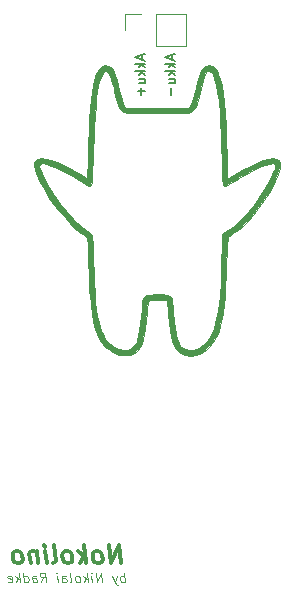
<source format=gbr>
G04 #@! TF.GenerationSoftware,KiCad,Pcbnew,(5.0.1-3-g963ef8bb5)*
G04 #@! TF.CreationDate,2019-04-15T21:43:45+02:00*
G04 #@! TF.ProjectId,NOKOlino,4E4F4B4F6C696E6F2E6B696361645F70,rev?*
G04 #@! TF.SameCoordinates,Original*
G04 #@! TF.FileFunction,Legend,Bot*
G04 #@! TF.FilePolarity,Positive*
%FSLAX46Y46*%
G04 Gerber Fmt 4.6, Leading zero omitted, Abs format (unit mm)*
G04 Created by KiCad (PCBNEW (5.0.1-3-g963ef8bb5)) date 2019 April 15, Monday 21:43:45*
%MOMM*%
%LPD*%
G01*
G04 APERTURE LIST*
%ADD10C,0.100000*%
%ADD11C,0.300000*%
%ADD12C,0.200000*%
%ADD13C,0.120000*%
%ADD14C,0.010000*%
G04 APERTURE END LIST*
D10*
X164411696Y-139426904D02*
X164311696Y-138626904D01*
X164349791Y-138931666D02*
X164268839Y-138893571D01*
X164116458Y-138893571D01*
X164045029Y-138931666D01*
X164011696Y-138969761D01*
X163983125Y-139045952D01*
X164011696Y-139274523D01*
X164059315Y-139350714D01*
X164102172Y-139388809D01*
X164183125Y-139426904D01*
X164335505Y-139426904D01*
X164406934Y-139388809D01*
X163697410Y-138893571D02*
X163573601Y-139426904D01*
X163316458Y-138893571D02*
X163573601Y-139426904D01*
X163673601Y-139617380D01*
X163716458Y-139655476D01*
X163797410Y-139693571D01*
X162468839Y-139426904D02*
X162368839Y-138626904D01*
X162011696Y-139426904D01*
X161911696Y-138626904D01*
X161630744Y-139426904D02*
X161564077Y-138893571D01*
X161530744Y-138626904D02*
X161573601Y-138665000D01*
X161540267Y-138703095D01*
X161497410Y-138665000D01*
X161530744Y-138626904D01*
X161540267Y-138703095D01*
X161249791Y-139426904D02*
X161149791Y-138626904D01*
X161135505Y-139122142D02*
X160945029Y-139426904D01*
X160878363Y-138893571D02*
X161221220Y-139198333D01*
X160487886Y-139426904D02*
X160559315Y-139388809D01*
X160592648Y-139350714D01*
X160621220Y-139274523D01*
X160592648Y-139045952D01*
X160545029Y-138969761D01*
X160502172Y-138931666D01*
X160421220Y-138893571D01*
X160306934Y-138893571D01*
X160235505Y-138931666D01*
X160202172Y-138969761D01*
X160173601Y-139045952D01*
X160202172Y-139274523D01*
X160249791Y-139350714D01*
X160292648Y-139388809D01*
X160373601Y-139426904D01*
X160487886Y-139426904D01*
X159764077Y-139426904D02*
X159835505Y-139388809D01*
X159864077Y-139312619D01*
X159778363Y-138626904D01*
X159116458Y-139426904D02*
X159064077Y-139007857D01*
X159092648Y-138931666D01*
X159164077Y-138893571D01*
X159316458Y-138893571D01*
X159397410Y-138931666D01*
X159111696Y-139388809D02*
X159192648Y-139426904D01*
X159383125Y-139426904D01*
X159454553Y-139388809D01*
X159483125Y-139312619D01*
X159473601Y-139236428D01*
X159425982Y-139160238D01*
X159345029Y-139122142D01*
X159154553Y-139122142D01*
X159073601Y-139084047D01*
X158735505Y-139426904D02*
X158668839Y-138893571D01*
X158635505Y-138626904D02*
X158678363Y-138665000D01*
X158645029Y-138703095D01*
X158602172Y-138665000D01*
X158635505Y-138626904D01*
X158645029Y-138703095D01*
X157287886Y-139426904D02*
X157506934Y-139045952D01*
X157745029Y-139426904D02*
X157645029Y-138626904D01*
X157340267Y-138626904D01*
X157268839Y-138665000D01*
X157235505Y-138703095D01*
X157206934Y-138779285D01*
X157221220Y-138893571D01*
X157268839Y-138969761D01*
X157311696Y-139007857D01*
X157392648Y-139045952D01*
X157697410Y-139045952D01*
X156602172Y-139426904D02*
X156549791Y-139007857D01*
X156578363Y-138931666D01*
X156649791Y-138893571D01*
X156802172Y-138893571D01*
X156883125Y-138931666D01*
X156597410Y-139388809D02*
X156678363Y-139426904D01*
X156868839Y-139426904D01*
X156940267Y-139388809D01*
X156968839Y-139312619D01*
X156959315Y-139236428D01*
X156911696Y-139160238D01*
X156830744Y-139122142D01*
X156640267Y-139122142D01*
X156559315Y-139084047D01*
X155878363Y-139426904D02*
X155778363Y-138626904D01*
X155873601Y-139388809D02*
X155954553Y-139426904D01*
X156106934Y-139426904D01*
X156178363Y-139388809D01*
X156211696Y-139350714D01*
X156240267Y-139274523D01*
X156211696Y-139045952D01*
X156164077Y-138969761D01*
X156121220Y-138931666D01*
X156040267Y-138893571D01*
X155887886Y-138893571D01*
X155816458Y-138931666D01*
X155497410Y-139426904D02*
X155397410Y-138626904D01*
X155383125Y-139122142D02*
X155192648Y-139426904D01*
X155125982Y-138893571D02*
X155468839Y-139198333D01*
X154540267Y-139388809D02*
X154621220Y-139426904D01*
X154773601Y-139426904D01*
X154845029Y-139388809D01*
X154873601Y-139312619D01*
X154835505Y-139007857D01*
X154787886Y-138931666D01*
X154706934Y-138893571D01*
X154554553Y-138893571D01*
X154483125Y-138931666D01*
X154454553Y-139007857D01*
X154464077Y-139084047D01*
X154854553Y-139160238D01*
D11*
X164056071Y-137838571D02*
X163868571Y-136338571D01*
X163198928Y-137838571D01*
X163011428Y-136338571D01*
X162270357Y-137838571D02*
X162404285Y-137767142D01*
X162466785Y-137695714D01*
X162520357Y-137552857D01*
X162466785Y-137124285D01*
X162377500Y-136981428D01*
X162297142Y-136910000D01*
X162145357Y-136838571D01*
X161931071Y-136838571D01*
X161797142Y-136910000D01*
X161734642Y-136981428D01*
X161681071Y-137124285D01*
X161734642Y-137552857D01*
X161823928Y-137695714D01*
X161904285Y-137767142D01*
X162056071Y-137838571D01*
X162270357Y-137838571D01*
X161127500Y-137838571D02*
X160940000Y-136338571D01*
X160913214Y-137267142D02*
X160556071Y-137838571D01*
X160431071Y-136838571D02*
X161073928Y-137410000D01*
X159698928Y-137838571D02*
X159832857Y-137767142D01*
X159895357Y-137695714D01*
X159948928Y-137552857D01*
X159895357Y-137124285D01*
X159806071Y-136981428D01*
X159725714Y-136910000D01*
X159573928Y-136838571D01*
X159359642Y-136838571D01*
X159225714Y-136910000D01*
X159163214Y-136981428D01*
X159109642Y-137124285D01*
X159163214Y-137552857D01*
X159252500Y-137695714D01*
X159332857Y-137767142D01*
X159484642Y-137838571D01*
X159698928Y-137838571D01*
X158341785Y-137838571D02*
X158475714Y-137767142D01*
X158529285Y-137624285D01*
X158368571Y-136338571D01*
X157770357Y-137838571D02*
X157645357Y-136838571D01*
X157582857Y-136338571D02*
X157663214Y-136410000D01*
X157600714Y-136481428D01*
X157520357Y-136410000D01*
X157582857Y-136338571D01*
X157600714Y-136481428D01*
X156931071Y-136838571D02*
X157056071Y-137838571D01*
X156948928Y-136981428D02*
X156868571Y-136910000D01*
X156716785Y-136838571D01*
X156502500Y-136838571D01*
X156368571Y-136910000D01*
X156315000Y-137052857D01*
X156413214Y-137838571D01*
X155484642Y-137838571D02*
X155618571Y-137767142D01*
X155681071Y-137695714D01*
X155734642Y-137552857D01*
X155681071Y-137124285D01*
X155591785Y-136981428D01*
X155511428Y-136910000D01*
X155359642Y-136838571D01*
X155145357Y-136838571D01*
X155011428Y-136910000D01*
X154948928Y-136981428D01*
X154895357Y-137124285D01*
X154948928Y-137552857D01*
X155038214Y-137695714D01*
X155118571Y-137767142D01*
X155270357Y-137838571D01*
X155484642Y-137838571D01*
D12*
X165868333Y-94824761D02*
X165868333Y-95205714D01*
X166096904Y-94748571D02*
X165296904Y-95015238D01*
X166096904Y-95281904D01*
X166096904Y-95548571D02*
X165296904Y-95548571D01*
X165792142Y-95624761D02*
X166096904Y-95853333D01*
X165563571Y-95853333D02*
X165868333Y-95548571D01*
X166096904Y-96196190D02*
X165296904Y-96196190D01*
X165792142Y-96272380D02*
X166096904Y-96500952D01*
X165563571Y-96500952D02*
X165868333Y-96196190D01*
X165563571Y-97186666D02*
X166096904Y-97186666D01*
X165563571Y-96843809D02*
X165982619Y-96843809D01*
X166058809Y-96881904D01*
X166096904Y-96958095D01*
X166096904Y-97072380D01*
X166058809Y-97148571D01*
X166020714Y-97186666D01*
X165792142Y-97567619D02*
X165792142Y-98177142D01*
X166096904Y-97872380D02*
X165487380Y-97872380D01*
X168408333Y-94824761D02*
X168408333Y-95205714D01*
X168636904Y-94748571D02*
X167836904Y-95015238D01*
X168636904Y-95281904D01*
X168636904Y-95548571D02*
X167836904Y-95548571D01*
X168332142Y-95624761D02*
X168636904Y-95853333D01*
X168103571Y-95853333D02*
X168408333Y-95548571D01*
X168636904Y-96196190D02*
X167836904Y-96196190D01*
X168332142Y-96272380D02*
X168636904Y-96500952D01*
X168103571Y-96500952D02*
X168408333Y-96196190D01*
X168103571Y-97186666D02*
X168636904Y-97186666D01*
X168103571Y-96843809D02*
X168522619Y-96843809D01*
X168598809Y-96881904D01*
X168636904Y-96958095D01*
X168636904Y-97072380D01*
X168598809Y-97148571D01*
X168560714Y-97186666D01*
X168332142Y-97567619D02*
X168332142Y-98177142D01*
D13*
G04 #@! TO.C,J2*
X164405000Y-91380000D02*
X164405000Y-92710000D01*
X165735000Y-91380000D02*
X164405000Y-91380000D01*
X167005000Y-91380000D02*
X167005000Y-94040000D01*
X167005000Y-94040000D02*
X169605000Y-94040000D01*
X167005000Y-91380000D02*
X169605000Y-91380000D01*
X169605000Y-91380000D02*
X169605000Y-94040000D01*
D14*
G04 #@! TO.C,G\002A\002A\002A*
G36*
X171229224Y-95728086D02*
X170998605Y-95901409D01*
X170803599Y-96206896D01*
X170634712Y-96658141D01*
X170525002Y-97076402D01*
X170379148Y-97695349D01*
X170260388Y-98170974D01*
X170161856Y-98525846D01*
X170076687Y-98782536D01*
X169998017Y-98963614D01*
X169918980Y-99091651D01*
X169907492Y-99106632D01*
X169744377Y-99313999D01*
X167132001Y-99314000D01*
X164519624Y-99314000D01*
X164357775Y-99108242D01*
X164269370Y-98938121D01*
X164164446Y-98649600D01*
X164059237Y-98290415D01*
X164005067Y-98071075D01*
X163847814Y-97408717D01*
X163712213Y-96892546D01*
X163591257Y-96501859D01*
X163477939Y-96215951D01*
X163365253Y-96014120D01*
X163269658Y-95898082D01*
X162982988Y-95703255D01*
X162687819Y-95675906D01*
X162394974Y-95815283D01*
X162232360Y-95970043D01*
X162091660Y-96158058D01*
X161966380Y-96390473D01*
X161855078Y-96678585D01*
X161756308Y-97033690D01*
X161668628Y-97467083D01*
X161590593Y-97990060D01*
X161520758Y-98613917D01*
X161457681Y-99349950D01*
X161399917Y-100209454D01*
X161346022Y-101203726D01*
X161294553Y-102344061D01*
X161244064Y-103641754D01*
X161241035Y-103724872D01*
X161183831Y-105299411D01*
X160750082Y-105006842D01*
X160265085Y-104704757D01*
X159725296Y-104410456D01*
X159163459Y-104137987D01*
X158612316Y-103901394D01*
X158104613Y-103714725D01*
X157673091Y-103592024D01*
X157350495Y-103547338D01*
X157347721Y-103547333D01*
X157024855Y-103602694D01*
X156820391Y-103774498D01*
X156726424Y-104071327D01*
X156718000Y-104230977D01*
X156762653Y-104471243D01*
X156887369Y-104824029D01*
X157078284Y-105260961D01*
X157321535Y-105753664D01*
X157603258Y-106273764D01*
X157909589Y-106792885D01*
X158162781Y-107188000D01*
X158443623Y-107573979D01*
X158799595Y-108011187D01*
X159202971Y-108470358D01*
X159626026Y-108922223D01*
X160041034Y-109337518D01*
X160420270Y-109686975D01*
X160736009Y-109941328D01*
X160832890Y-110006534D01*
X161040083Y-110150253D01*
X161152688Y-110292930D01*
X161210567Y-110500806D01*
X161234321Y-110673601D01*
X161256603Y-110943976D01*
X161275179Y-111328447D01*
X161287865Y-111771781D01*
X161292343Y-112141000D01*
X161318708Y-113483751D01*
X161386345Y-114723740D01*
X161493726Y-115849952D01*
X161639324Y-116851369D01*
X161821611Y-117716975D01*
X162039060Y-118435754D01*
X162226274Y-118875805D01*
X162434246Y-119181533D01*
X162746181Y-119510661D01*
X163111923Y-119816442D01*
X163481316Y-120052127D01*
X163497194Y-120060322D01*
X163894525Y-120196986D01*
X164342218Y-120248777D01*
X164772587Y-120213430D01*
X165074457Y-120113063D01*
X165382494Y-119881781D01*
X165663694Y-119543923D01*
X165864197Y-119167957D01*
X165952442Y-118864931D01*
X166039597Y-118427515D01*
X166120463Y-117890607D01*
X166189845Y-117289101D01*
X166242543Y-116657891D01*
X166246072Y-116604213D01*
X166279257Y-116166036D01*
X166315662Y-115870083D01*
X166360536Y-115689259D01*
X166419126Y-115596467D01*
X166444585Y-115579396D01*
X166578830Y-115552447D01*
X166822523Y-115535170D01*
X167125529Y-115527575D01*
X167437714Y-115529671D01*
X167708943Y-115541469D01*
X167889084Y-115562977D01*
X167931335Y-115579112D01*
X167950964Y-115672509D01*
X167979021Y-115902726D01*
X168012120Y-116237663D01*
X168046873Y-116645219D01*
X168055611Y-116757146D01*
X168120330Y-117509819D01*
X168190407Y-118117239D01*
X168271253Y-118603487D01*
X168368277Y-118992643D01*
X168486890Y-119308788D01*
X168632502Y-119576002D01*
X168716242Y-119697589D01*
X169049746Y-120014242D01*
X169477797Y-120208734D01*
X169968016Y-120270990D01*
X170387791Y-120217716D01*
X170938790Y-120000458D01*
X171432047Y-119634116D01*
X171854080Y-119133053D01*
X172191405Y-118511631D01*
X172326695Y-118152333D01*
X172477658Y-117646737D01*
X172603759Y-117119217D01*
X172707805Y-116546932D01*
X172792602Y-115907038D01*
X172860958Y-115176694D01*
X172915678Y-114333057D01*
X172959572Y-113353285D01*
X172976446Y-112864778D01*
X172999001Y-112220715D01*
X173023357Y-111632192D01*
X173048347Y-111120273D01*
X173072800Y-110706025D01*
X173095549Y-110410515D01*
X173115423Y-110254807D01*
X173122289Y-110236402D01*
X173213608Y-110166781D01*
X173407719Y-110020285D01*
X173671905Y-109821574D01*
X173851675Y-109686618D01*
X174554765Y-109080907D01*
X175253281Y-108328224D01*
X175930265Y-107450479D01*
X176568759Y-106469580D01*
X177129190Y-105452333D01*
X177397748Y-104854771D01*
X177541394Y-104370646D01*
X177548700Y-104224809D01*
X177122667Y-104224809D01*
X177078189Y-104431368D01*
X176954488Y-104750664D01*
X176766158Y-105154469D01*
X176527799Y-105614555D01*
X176254006Y-106102693D01*
X175959376Y-106590654D01*
X175671377Y-107031412D01*
X175311804Y-107517250D01*
X174886247Y-108027578D01*
X174426209Y-108529614D01*
X173963196Y-108990575D01*
X173528712Y-109377679D01*
X173154263Y-109658144D01*
X173135392Y-109670232D01*
X172661784Y-109970283D01*
X172606225Y-110878312D01*
X172580838Y-111389585D01*
X172561220Y-111967131D01*
X172550497Y-112511614D01*
X172549412Y-112683337D01*
X172515974Y-114061905D01*
X172420944Y-115338014D01*
X172266264Y-116495469D01*
X172053874Y-117518074D01*
X171907894Y-118033909D01*
X171633735Y-118664559D01*
X171250760Y-119178218D01*
X170769214Y-119561922D01*
X170646921Y-119629745D01*
X170254170Y-119767519D01*
X169850357Y-119801148D01*
X169489800Y-119730783D01*
X169300056Y-119625996D01*
X169103648Y-119436155D01*
X168942396Y-119192878D01*
X168810940Y-118876351D01*
X168703920Y-118466760D01*
X168615974Y-117944291D01*
X168541743Y-117289130D01*
X168485610Y-116615609D01*
X168450967Y-116188946D01*
X168415032Y-115816252D01*
X168381715Y-115533908D01*
X168354925Y-115378300D01*
X168351488Y-115367549D01*
X168211372Y-115229076D01*
X167923821Y-115131212D01*
X167506659Y-115077631D01*
X166977708Y-115072006D01*
X166926683Y-115073918D01*
X166534619Y-115097673D01*
X166255970Y-115148803D01*
X166069016Y-115253286D01*
X165952039Y-115437100D01*
X165883319Y-115726223D01*
X165841137Y-116146633D01*
X165824611Y-116392104D01*
X165775981Y-117002223D01*
X165710768Y-117594071D01*
X165633881Y-118136215D01*
X165550229Y-118597221D01*
X165464723Y-118945658D01*
X165398180Y-119122430D01*
X165248760Y-119337577D01*
X165043000Y-119554506D01*
X165011879Y-119581581D01*
X164673351Y-119764750D01*
X164285806Y-119808617D01*
X163874790Y-119725910D01*
X163465849Y-119529361D01*
X163084530Y-119231699D01*
X162756377Y-118845655D01*
X162506939Y-118383958D01*
X162482391Y-118321094D01*
X162325339Y-117865006D01*
X162191973Y-117390851D01*
X162079802Y-116878894D01*
X161986335Y-116309400D01*
X161909080Y-115662633D01*
X161845545Y-114918858D01*
X161793240Y-114058340D01*
X161749673Y-113061342D01*
X161724438Y-112317143D01*
X161702732Y-111634976D01*
X161683451Y-111102149D01*
X161664582Y-110698726D01*
X161644113Y-110404771D01*
X161620031Y-110200350D01*
X161590325Y-110065527D01*
X161552981Y-109980366D01*
X161505988Y-109924933D01*
X161480858Y-109904143D01*
X161331201Y-109791488D01*
X161091008Y-109613805D01*
X160806821Y-109405486D01*
X160744524Y-109360056D01*
X160155867Y-108864158D01*
X159550380Y-108229621D01*
X158948559Y-107482972D01*
X158370899Y-106650740D01*
X157837894Y-105759454D01*
X157569565Y-105250427D01*
X157349566Y-104794328D01*
X157213289Y-104462227D01*
X157156077Y-104233684D01*
X157173272Y-104088257D01*
X157260219Y-104005505D01*
X157283624Y-103995416D01*
X157465827Y-103993498D01*
X157766545Y-104067523D01*
X158159439Y-104205738D01*
X158618170Y-104396386D01*
X159116400Y-104627712D01*
X159627790Y-104887960D01*
X160126002Y-105165374D01*
X160584698Y-105448198D01*
X160679059Y-105510901D01*
X161042723Y-105744338D01*
X161295827Y-105868461D01*
X161459007Y-105881014D01*
X161552902Y-105779739D01*
X161598146Y-105562380D01*
X161608986Y-105409207D01*
X161617882Y-105214969D01*
X161632838Y-104874892D01*
X161652852Y-104412323D01*
X161676922Y-103850609D01*
X161704048Y-103213097D01*
X161733227Y-102523135D01*
X161756037Y-101981000D01*
X161807601Y-100865326D01*
X161862691Y-99905470D01*
X161922791Y-99087930D01*
X161989382Y-98399202D01*
X162063947Y-97825784D01*
X162147969Y-97354173D01*
X162242930Y-96970866D01*
X162336168Y-96697273D01*
X162503933Y-96342990D01*
X162664004Y-96153257D01*
X162822535Y-96123857D01*
X162985678Y-96250573D01*
X162986529Y-96251608D01*
X163081953Y-96388983D01*
X163166477Y-96567109D01*
X163249173Y-96814747D01*
X163339115Y-97160656D01*
X163445377Y-97633594D01*
X163492520Y-97855442D01*
X163654206Y-98511985D01*
X163832614Y-99030189D01*
X164023435Y-99399640D01*
X164216707Y-99606286D01*
X164294012Y-99643132D01*
X164413139Y-99672551D01*
X164591817Y-99695332D01*
X164847773Y-99712265D01*
X165198737Y-99724139D01*
X165662437Y-99731743D01*
X166256600Y-99735867D01*
X166998955Y-99737300D01*
X167159937Y-99737333D01*
X167916052Y-99736869D01*
X168521383Y-99734777D01*
X168994477Y-99730004D01*
X169353882Y-99721497D01*
X169618147Y-99708205D01*
X169805819Y-99689074D01*
X169935446Y-99663053D01*
X170025575Y-99629089D01*
X170094756Y-99586129D01*
X170116422Y-99569585D01*
X170268877Y-99411953D01*
X170404699Y-99181300D01*
X170532604Y-98854738D01*
X170661309Y-98409382D01*
X170799532Y-97822346D01*
X170822884Y-97714809D01*
X170920675Y-97295262D01*
X171024298Y-96908332D01*
X171120456Y-96600744D01*
X171187026Y-96435333D01*
X171349548Y-96207266D01*
X171514070Y-96140383D01*
X171676936Y-96226632D01*
X171834491Y-96457956D01*
X171983080Y-96826303D01*
X172119049Y-97323618D01*
X172238743Y-97941847D01*
X172338505Y-98672936D01*
X172378093Y-99060000D01*
X172409507Y-99459105D01*
X172443700Y-99993064D01*
X172479150Y-100627453D01*
X172514337Y-101327847D01*
X172547739Y-102059822D01*
X172577836Y-102788952D01*
X172603107Y-103480814D01*
X172622031Y-104100983D01*
X172633086Y-104615034D01*
X172635334Y-104882346D01*
X172641560Y-105327427D01*
X172663920Y-105628491D01*
X172707931Y-105810521D01*
X172779114Y-105898501D01*
X172864138Y-105917999D01*
X172985693Y-105873435D01*
X173209360Y-105753652D01*
X173497818Y-105579518D01*
X173680580Y-105461524D01*
X174184354Y-105147692D01*
X174723783Y-104844806D01*
X175269299Y-104566467D01*
X175791333Y-104326280D01*
X176260319Y-104137849D01*
X176646686Y-104014777D01*
X176920868Y-103970666D01*
X176921081Y-103970666D01*
X177065650Y-104000165D01*
X177118335Y-104122086D01*
X177122667Y-104224809D01*
X177548700Y-104224809D01*
X177560017Y-103998943D01*
X177453504Y-103738647D01*
X177221740Y-103588742D01*
X176917114Y-103547333D01*
X176579876Y-103593052D01*
X176133788Y-103721451D01*
X175609616Y-103919395D01*
X175038129Y-104173747D01*
X174450093Y-104471372D01*
X173876275Y-104799134D01*
X173642733Y-104945314D01*
X173083798Y-105305660D01*
X173025563Y-103389330D01*
X172977478Y-102008187D01*
X172921166Y-100788176D01*
X172855037Y-99721229D01*
X172777500Y-98799273D01*
X172686964Y-98014239D01*
X172581840Y-97358057D01*
X172460537Y-96822656D01*
X172321465Y-96399966D01*
X172163032Y-96081916D01*
X171983649Y-95860436D01*
X171781725Y-95727456D01*
X171555669Y-95674905D01*
X171504953Y-95673333D01*
X171229224Y-95728086D01*
X171229224Y-95728086D01*
G37*
X171229224Y-95728086D02*
X170998605Y-95901409D01*
X170803599Y-96206896D01*
X170634712Y-96658141D01*
X170525002Y-97076402D01*
X170379148Y-97695349D01*
X170260388Y-98170974D01*
X170161856Y-98525846D01*
X170076687Y-98782536D01*
X169998017Y-98963614D01*
X169918980Y-99091651D01*
X169907492Y-99106632D01*
X169744377Y-99313999D01*
X167132001Y-99314000D01*
X164519624Y-99314000D01*
X164357775Y-99108242D01*
X164269370Y-98938121D01*
X164164446Y-98649600D01*
X164059237Y-98290415D01*
X164005067Y-98071075D01*
X163847814Y-97408717D01*
X163712213Y-96892546D01*
X163591257Y-96501859D01*
X163477939Y-96215951D01*
X163365253Y-96014120D01*
X163269658Y-95898082D01*
X162982988Y-95703255D01*
X162687819Y-95675906D01*
X162394974Y-95815283D01*
X162232360Y-95970043D01*
X162091660Y-96158058D01*
X161966380Y-96390473D01*
X161855078Y-96678585D01*
X161756308Y-97033690D01*
X161668628Y-97467083D01*
X161590593Y-97990060D01*
X161520758Y-98613917D01*
X161457681Y-99349950D01*
X161399917Y-100209454D01*
X161346022Y-101203726D01*
X161294553Y-102344061D01*
X161244064Y-103641754D01*
X161241035Y-103724872D01*
X161183831Y-105299411D01*
X160750082Y-105006842D01*
X160265085Y-104704757D01*
X159725296Y-104410456D01*
X159163459Y-104137987D01*
X158612316Y-103901394D01*
X158104613Y-103714725D01*
X157673091Y-103592024D01*
X157350495Y-103547338D01*
X157347721Y-103547333D01*
X157024855Y-103602694D01*
X156820391Y-103774498D01*
X156726424Y-104071327D01*
X156718000Y-104230977D01*
X156762653Y-104471243D01*
X156887369Y-104824029D01*
X157078284Y-105260961D01*
X157321535Y-105753664D01*
X157603258Y-106273764D01*
X157909589Y-106792885D01*
X158162781Y-107188000D01*
X158443623Y-107573979D01*
X158799595Y-108011187D01*
X159202971Y-108470358D01*
X159626026Y-108922223D01*
X160041034Y-109337518D01*
X160420270Y-109686975D01*
X160736009Y-109941328D01*
X160832890Y-110006534D01*
X161040083Y-110150253D01*
X161152688Y-110292930D01*
X161210567Y-110500806D01*
X161234321Y-110673601D01*
X161256603Y-110943976D01*
X161275179Y-111328447D01*
X161287865Y-111771781D01*
X161292343Y-112141000D01*
X161318708Y-113483751D01*
X161386345Y-114723740D01*
X161493726Y-115849952D01*
X161639324Y-116851369D01*
X161821611Y-117716975D01*
X162039060Y-118435754D01*
X162226274Y-118875805D01*
X162434246Y-119181533D01*
X162746181Y-119510661D01*
X163111923Y-119816442D01*
X163481316Y-120052127D01*
X163497194Y-120060322D01*
X163894525Y-120196986D01*
X164342218Y-120248777D01*
X164772587Y-120213430D01*
X165074457Y-120113063D01*
X165382494Y-119881781D01*
X165663694Y-119543923D01*
X165864197Y-119167957D01*
X165952442Y-118864931D01*
X166039597Y-118427515D01*
X166120463Y-117890607D01*
X166189845Y-117289101D01*
X166242543Y-116657891D01*
X166246072Y-116604213D01*
X166279257Y-116166036D01*
X166315662Y-115870083D01*
X166360536Y-115689259D01*
X166419126Y-115596467D01*
X166444585Y-115579396D01*
X166578830Y-115552447D01*
X166822523Y-115535170D01*
X167125529Y-115527575D01*
X167437714Y-115529671D01*
X167708943Y-115541469D01*
X167889084Y-115562977D01*
X167931335Y-115579112D01*
X167950964Y-115672509D01*
X167979021Y-115902726D01*
X168012120Y-116237663D01*
X168046873Y-116645219D01*
X168055611Y-116757146D01*
X168120330Y-117509819D01*
X168190407Y-118117239D01*
X168271253Y-118603487D01*
X168368277Y-118992643D01*
X168486890Y-119308788D01*
X168632502Y-119576002D01*
X168716242Y-119697589D01*
X169049746Y-120014242D01*
X169477797Y-120208734D01*
X169968016Y-120270990D01*
X170387791Y-120217716D01*
X170938790Y-120000458D01*
X171432047Y-119634116D01*
X171854080Y-119133053D01*
X172191405Y-118511631D01*
X172326695Y-118152333D01*
X172477658Y-117646737D01*
X172603759Y-117119217D01*
X172707805Y-116546932D01*
X172792602Y-115907038D01*
X172860958Y-115176694D01*
X172915678Y-114333057D01*
X172959572Y-113353285D01*
X172976446Y-112864778D01*
X172999001Y-112220715D01*
X173023357Y-111632192D01*
X173048347Y-111120273D01*
X173072800Y-110706025D01*
X173095549Y-110410515D01*
X173115423Y-110254807D01*
X173122289Y-110236402D01*
X173213608Y-110166781D01*
X173407719Y-110020285D01*
X173671905Y-109821574D01*
X173851675Y-109686618D01*
X174554765Y-109080907D01*
X175253281Y-108328224D01*
X175930265Y-107450479D01*
X176568759Y-106469580D01*
X177129190Y-105452333D01*
X177397748Y-104854771D01*
X177541394Y-104370646D01*
X177548700Y-104224809D01*
X177122667Y-104224809D01*
X177078189Y-104431368D01*
X176954488Y-104750664D01*
X176766158Y-105154469D01*
X176527799Y-105614555D01*
X176254006Y-106102693D01*
X175959376Y-106590654D01*
X175671377Y-107031412D01*
X175311804Y-107517250D01*
X174886247Y-108027578D01*
X174426209Y-108529614D01*
X173963196Y-108990575D01*
X173528712Y-109377679D01*
X173154263Y-109658144D01*
X173135392Y-109670232D01*
X172661784Y-109970283D01*
X172606225Y-110878312D01*
X172580838Y-111389585D01*
X172561220Y-111967131D01*
X172550497Y-112511614D01*
X172549412Y-112683337D01*
X172515974Y-114061905D01*
X172420944Y-115338014D01*
X172266264Y-116495469D01*
X172053874Y-117518074D01*
X171907894Y-118033909D01*
X171633735Y-118664559D01*
X171250760Y-119178218D01*
X170769214Y-119561922D01*
X170646921Y-119629745D01*
X170254170Y-119767519D01*
X169850357Y-119801148D01*
X169489800Y-119730783D01*
X169300056Y-119625996D01*
X169103648Y-119436155D01*
X168942396Y-119192878D01*
X168810940Y-118876351D01*
X168703920Y-118466760D01*
X168615974Y-117944291D01*
X168541743Y-117289130D01*
X168485610Y-116615609D01*
X168450967Y-116188946D01*
X168415032Y-115816252D01*
X168381715Y-115533908D01*
X168354925Y-115378300D01*
X168351488Y-115367549D01*
X168211372Y-115229076D01*
X167923821Y-115131212D01*
X167506659Y-115077631D01*
X166977708Y-115072006D01*
X166926683Y-115073918D01*
X166534619Y-115097673D01*
X166255970Y-115148803D01*
X166069016Y-115253286D01*
X165952039Y-115437100D01*
X165883319Y-115726223D01*
X165841137Y-116146633D01*
X165824611Y-116392104D01*
X165775981Y-117002223D01*
X165710768Y-117594071D01*
X165633881Y-118136215D01*
X165550229Y-118597221D01*
X165464723Y-118945658D01*
X165398180Y-119122430D01*
X165248760Y-119337577D01*
X165043000Y-119554506D01*
X165011879Y-119581581D01*
X164673351Y-119764750D01*
X164285806Y-119808617D01*
X163874790Y-119725910D01*
X163465849Y-119529361D01*
X163084530Y-119231699D01*
X162756377Y-118845655D01*
X162506939Y-118383958D01*
X162482391Y-118321094D01*
X162325339Y-117865006D01*
X162191973Y-117390851D01*
X162079802Y-116878894D01*
X161986335Y-116309400D01*
X161909080Y-115662633D01*
X161845545Y-114918858D01*
X161793240Y-114058340D01*
X161749673Y-113061342D01*
X161724438Y-112317143D01*
X161702732Y-111634976D01*
X161683451Y-111102149D01*
X161664582Y-110698726D01*
X161644113Y-110404771D01*
X161620031Y-110200350D01*
X161590325Y-110065527D01*
X161552981Y-109980366D01*
X161505988Y-109924933D01*
X161480858Y-109904143D01*
X161331201Y-109791488D01*
X161091008Y-109613805D01*
X160806821Y-109405486D01*
X160744524Y-109360056D01*
X160155867Y-108864158D01*
X159550380Y-108229621D01*
X158948559Y-107482972D01*
X158370899Y-106650740D01*
X157837894Y-105759454D01*
X157569565Y-105250427D01*
X157349566Y-104794328D01*
X157213289Y-104462227D01*
X157156077Y-104233684D01*
X157173272Y-104088257D01*
X157260219Y-104005505D01*
X157283624Y-103995416D01*
X157465827Y-103993498D01*
X157766545Y-104067523D01*
X158159439Y-104205738D01*
X158618170Y-104396386D01*
X159116400Y-104627712D01*
X159627790Y-104887960D01*
X160126002Y-105165374D01*
X160584698Y-105448198D01*
X160679059Y-105510901D01*
X161042723Y-105744338D01*
X161295827Y-105868461D01*
X161459007Y-105881014D01*
X161552902Y-105779739D01*
X161598146Y-105562380D01*
X161608986Y-105409207D01*
X161617882Y-105214969D01*
X161632838Y-104874892D01*
X161652852Y-104412323D01*
X161676922Y-103850609D01*
X161704048Y-103213097D01*
X161733227Y-102523135D01*
X161756037Y-101981000D01*
X161807601Y-100865326D01*
X161862691Y-99905470D01*
X161922791Y-99087930D01*
X161989382Y-98399202D01*
X162063947Y-97825784D01*
X162147969Y-97354173D01*
X162242930Y-96970866D01*
X162336168Y-96697273D01*
X162503933Y-96342990D01*
X162664004Y-96153257D01*
X162822535Y-96123857D01*
X162985678Y-96250573D01*
X162986529Y-96251608D01*
X163081953Y-96388983D01*
X163166477Y-96567109D01*
X163249173Y-96814747D01*
X163339115Y-97160656D01*
X163445377Y-97633594D01*
X163492520Y-97855442D01*
X163654206Y-98511985D01*
X163832614Y-99030189D01*
X164023435Y-99399640D01*
X164216707Y-99606286D01*
X164294012Y-99643132D01*
X164413139Y-99672551D01*
X164591817Y-99695332D01*
X164847773Y-99712265D01*
X165198737Y-99724139D01*
X165662437Y-99731743D01*
X166256600Y-99735867D01*
X166998955Y-99737300D01*
X167159937Y-99737333D01*
X167916052Y-99736869D01*
X168521383Y-99734777D01*
X168994477Y-99730004D01*
X169353882Y-99721497D01*
X169618147Y-99708205D01*
X169805819Y-99689074D01*
X169935446Y-99663053D01*
X170025575Y-99629089D01*
X170094756Y-99586129D01*
X170116422Y-99569585D01*
X170268877Y-99411953D01*
X170404699Y-99181300D01*
X170532604Y-98854738D01*
X170661309Y-98409382D01*
X170799532Y-97822346D01*
X170822884Y-97714809D01*
X170920675Y-97295262D01*
X171024298Y-96908332D01*
X171120456Y-96600744D01*
X171187026Y-96435333D01*
X171349548Y-96207266D01*
X171514070Y-96140383D01*
X171676936Y-96226632D01*
X171834491Y-96457956D01*
X171983080Y-96826303D01*
X172119049Y-97323618D01*
X172238743Y-97941847D01*
X172338505Y-98672936D01*
X172378093Y-99060000D01*
X172409507Y-99459105D01*
X172443700Y-99993064D01*
X172479150Y-100627453D01*
X172514337Y-101327847D01*
X172547739Y-102059822D01*
X172577836Y-102788952D01*
X172603107Y-103480814D01*
X172622031Y-104100983D01*
X172633086Y-104615034D01*
X172635334Y-104882346D01*
X172641560Y-105327427D01*
X172663920Y-105628491D01*
X172707931Y-105810521D01*
X172779114Y-105898501D01*
X172864138Y-105917999D01*
X172985693Y-105873435D01*
X173209360Y-105753652D01*
X173497818Y-105579518D01*
X173680580Y-105461524D01*
X174184354Y-105147692D01*
X174723783Y-104844806D01*
X175269299Y-104566467D01*
X175791333Y-104326280D01*
X176260319Y-104137849D01*
X176646686Y-104014777D01*
X176920868Y-103970666D01*
X176921081Y-103970666D01*
X177065650Y-104000165D01*
X177118335Y-104122086D01*
X177122667Y-104224809D01*
X177548700Y-104224809D01*
X177560017Y-103998943D01*
X177453504Y-103738647D01*
X177221740Y-103588742D01*
X176917114Y-103547333D01*
X176579876Y-103593052D01*
X176133788Y-103721451D01*
X175609616Y-103919395D01*
X175038129Y-104173747D01*
X174450093Y-104471372D01*
X173876275Y-104799134D01*
X173642733Y-104945314D01*
X173083798Y-105305660D01*
X173025563Y-103389330D01*
X172977478Y-102008187D01*
X172921166Y-100788176D01*
X172855037Y-99721229D01*
X172777500Y-98799273D01*
X172686964Y-98014239D01*
X172581840Y-97358057D01*
X172460537Y-96822656D01*
X172321465Y-96399966D01*
X172163032Y-96081916D01*
X171983649Y-95860436D01*
X171781725Y-95727456D01*
X171555669Y-95674905D01*
X171504953Y-95673333D01*
X171229224Y-95728086D01*
G04 #@! TD*
M02*

</source>
